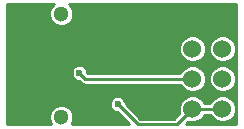
<source format=gbl>
G04 #@! TF.FileFunction,Copper,L2,Bot,Signal*
%FSLAX46Y46*%
G04 Gerber Fmt 4.6, Leading zero omitted, Abs format (unit mm)*
G04 Created by KiCad (PCBNEW (after 2015-mar-04 BZR unknown)-product) date 04/08/2015 09:15:02*
%MOMM*%
G01*
G04 APERTURE LIST*
%ADD10C,0.100000*%
%ADD11R,1.524000X1.524000*%
%ADD12C,1.524000*%
%ADD13C,1.300000*%
%ADD14C,0.600000*%
%ADD15C,0.250000*%
G04 APERTURE END LIST*
D10*
D11*
X162330000Y-100190000D03*
D12*
X164870000Y-100190000D03*
X162330000Y-102730000D03*
X164870000Y-102730000D03*
X162330000Y-105270000D03*
X164870000Y-105270000D03*
X162330000Y-107810000D03*
X164870000Y-107810000D03*
D13*
X151250000Y-108500000D03*
X151250000Y-99750000D03*
D14*
X156019639Y-107400000D03*
X160250000Y-107000000D03*
X160500000Y-108500000D03*
X152500000Y-103250000D03*
X156000000Y-100750000D03*
X160250000Y-102250000D03*
X152750000Y-104750000D03*
D15*
X162330000Y-107810000D02*
X161014999Y-109125001D01*
X161014999Y-109125001D02*
X157744640Y-109125001D01*
X157744640Y-109125001D02*
X156019639Y-107400000D01*
X164870000Y-107810000D02*
X163792370Y-107810000D01*
X163792370Y-107810000D02*
X162330000Y-107810000D01*
X164870000Y-100190000D02*
X163792370Y-100190000D01*
X163792370Y-100190000D02*
X162330000Y-100190000D01*
X153000000Y-106000000D02*
X152124999Y-105124999D01*
X152124999Y-105124999D02*
X152124999Y-103625001D01*
X152124999Y-103625001D02*
X152200001Y-103549999D01*
X152200001Y-103549999D02*
X152500000Y-103250000D01*
X159250000Y-106000000D02*
X153000000Y-106000000D01*
X160250000Y-107000000D02*
X159250000Y-106000000D01*
X160500000Y-108075736D02*
X160500000Y-107250000D01*
X160500000Y-107250000D02*
X160250000Y-107000000D01*
X160500000Y-108500000D02*
X160500000Y-108075736D01*
X152500000Y-103250000D02*
X153500000Y-103250000D01*
X153500000Y-103250000D02*
X156000000Y-100750000D01*
X156000000Y-100750000D02*
X156560000Y-100190000D01*
X156560000Y-100190000D02*
X162330000Y-100190000D01*
X160250000Y-102250000D02*
X162310000Y-100190000D01*
X162310000Y-100190000D02*
X162330000Y-100190000D01*
X161232370Y-105250000D02*
X153250000Y-105250000D01*
X153250000Y-105250000D02*
X152750000Y-104750000D01*
X162330000Y-105270000D02*
X161252370Y-105270000D01*
X161252370Y-105270000D02*
X161232370Y-105250000D01*
G36*
X166075000Y-109075000D02*
X161772106Y-109075000D01*
X161959730Y-108887375D01*
X162102845Y-108946802D01*
X162555171Y-108947197D01*
X162973217Y-108774464D01*
X163293340Y-108454900D01*
X163353507Y-108310000D01*
X163792370Y-108310000D01*
X163846359Y-108310000D01*
X163905536Y-108453217D01*
X164225100Y-108773340D01*
X164642845Y-108946802D01*
X165095171Y-108947197D01*
X165513217Y-108774464D01*
X165833340Y-108454900D01*
X166006802Y-108037155D01*
X166007197Y-107584829D01*
X166007197Y-105044829D01*
X166007197Y-102504829D01*
X165834464Y-102086783D01*
X165514900Y-101766660D01*
X165097155Y-101593198D01*
X164644829Y-101592803D01*
X164226783Y-101765536D01*
X163906660Y-102085100D01*
X163733198Y-102502845D01*
X163732803Y-102955171D01*
X163905536Y-103373217D01*
X164225100Y-103693340D01*
X164642845Y-103866802D01*
X165095171Y-103867197D01*
X165513217Y-103694464D01*
X165833340Y-103374900D01*
X166006802Y-102957155D01*
X166007197Y-102504829D01*
X166007197Y-105044829D01*
X165834464Y-104626783D01*
X165514900Y-104306660D01*
X165097155Y-104133198D01*
X164644829Y-104132803D01*
X164226783Y-104305536D01*
X163906660Y-104625100D01*
X163733198Y-105042845D01*
X163732803Y-105495171D01*
X163905536Y-105913217D01*
X164225100Y-106233340D01*
X164642845Y-106406802D01*
X165095171Y-106407197D01*
X165513217Y-106234464D01*
X165833340Y-105914900D01*
X166006802Y-105497155D01*
X166007197Y-105044829D01*
X166007197Y-107584829D01*
X165834464Y-107166783D01*
X165514900Y-106846660D01*
X165097155Y-106673198D01*
X164644829Y-106672803D01*
X164226783Y-106845536D01*
X163906660Y-107165100D01*
X163846492Y-107310000D01*
X163792370Y-107310000D01*
X163467197Y-107310000D01*
X163467197Y-105044829D01*
X163467197Y-102504829D01*
X163294464Y-102086783D01*
X162974900Y-101766660D01*
X162557155Y-101593198D01*
X162104829Y-101592803D01*
X161686783Y-101765536D01*
X161366660Y-102085100D01*
X161193198Y-102502845D01*
X161192803Y-102955171D01*
X161365536Y-103373217D01*
X161685100Y-103693340D01*
X162102845Y-103866802D01*
X162555171Y-103867197D01*
X162973217Y-103694464D01*
X163293340Y-103374900D01*
X163466802Y-102957155D01*
X163467197Y-102504829D01*
X163467197Y-105044829D01*
X163294464Y-104626783D01*
X162974900Y-104306660D01*
X162557155Y-104133198D01*
X162104829Y-104132803D01*
X161686783Y-104305536D01*
X161366660Y-104625100D01*
X161308508Y-104765144D01*
X161232370Y-104750000D01*
X153457106Y-104750000D01*
X153425028Y-104717921D01*
X153425117Y-104616323D01*
X153322571Y-104368143D01*
X153132856Y-104178097D01*
X152884855Y-104075117D01*
X152616323Y-104074883D01*
X152368143Y-104177429D01*
X152178097Y-104367144D01*
X152075117Y-104615145D01*
X152074883Y-104883677D01*
X152177429Y-105131857D01*
X152367144Y-105321903D01*
X152615145Y-105424883D01*
X152717865Y-105424972D01*
X152896447Y-105603554D01*
X153058658Y-105711940D01*
X153250000Y-105750000D01*
X161151822Y-105750000D01*
X161151824Y-105750000D01*
X161252370Y-105770000D01*
X161306359Y-105770000D01*
X161365536Y-105913217D01*
X161685100Y-106233340D01*
X162102845Y-106406802D01*
X162555171Y-106407197D01*
X162973217Y-106234464D01*
X163293340Y-105914900D01*
X163466802Y-105497155D01*
X163467197Y-105044829D01*
X163467197Y-107310000D01*
X163353640Y-107310000D01*
X163294464Y-107166783D01*
X162974900Y-106846660D01*
X162557155Y-106673198D01*
X162104829Y-106672803D01*
X161686783Y-106845536D01*
X161366660Y-107165100D01*
X161193198Y-107582845D01*
X161192803Y-108035171D01*
X161252717Y-108180175D01*
X160807892Y-108625001D01*
X157951746Y-108625001D01*
X156694667Y-107367922D01*
X156694756Y-107266323D01*
X156592210Y-107018143D01*
X156402495Y-106828097D01*
X156154494Y-106725117D01*
X155885962Y-106724883D01*
X155637782Y-106827429D01*
X155447736Y-107017144D01*
X155344756Y-107265145D01*
X155344522Y-107533677D01*
X155447068Y-107781857D01*
X155636783Y-107971903D01*
X155884784Y-108074883D01*
X155987505Y-108074972D01*
X156987532Y-109075000D01*
X152121092Y-109075000D01*
X152274822Y-108704780D01*
X152275178Y-108297009D01*
X152119459Y-107920143D01*
X151831374Y-107631554D01*
X151454780Y-107475178D01*
X151047009Y-107474822D01*
X150670143Y-107630541D01*
X150381554Y-107918626D01*
X150225178Y-108295220D01*
X150224822Y-108702991D01*
X150378534Y-109075000D01*
X146675000Y-109075000D01*
X146675000Y-98925000D01*
X150625606Y-98925000D01*
X150381554Y-99168626D01*
X150225178Y-99545220D01*
X150224822Y-99952991D01*
X150380541Y-100329857D01*
X150668626Y-100618446D01*
X151045220Y-100774822D01*
X151452991Y-100775178D01*
X151829857Y-100619459D01*
X152118446Y-100331374D01*
X152274822Y-99954780D01*
X152275178Y-99547009D01*
X152119459Y-99170143D01*
X151874744Y-98925000D01*
X166075000Y-98925000D01*
X166075000Y-109075000D01*
X166075000Y-109075000D01*
G37*
X166075000Y-109075000D02*
X161772106Y-109075000D01*
X161959730Y-108887375D01*
X162102845Y-108946802D01*
X162555171Y-108947197D01*
X162973217Y-108774464D01*
X163293340Y-108454900D01*
X163353507Y-108310000D01*
X163792370Y-108310000D01*
X163846359Y-108310000D01*
X163905536Y-108453217D01*
X164225100Y-108773340D01*
X164642845Y-108946802D01*
X165095171Y-108947197D01*
X165513217Y-108774464D01*
X165833340Y-108454900D01*
X166006802Y-108037155D01*
X166007197Y-107584829D01*
X166007197Y-105044829D01*
X166007197Y-102504829D01*
X165834464Y-102086783D01*
X165514900Y-101766660D01*
X165097155Y-101593198D01*
X164644829Y-101592803D01*
X164226783Y-101765536D01*
X163906660Y-102085100D01*
X163733198Y-102502845D01*
X163732803Y-102955171D01*
X163905536Y-103373217D01*
X164225100Y-103693340D01*
X164642845Y-103866802D01*
X165095171Y-103867197D01*
X165513217Y-103694464D01*
X165833340Y-103374900D01*
X166006802Y-102957155D01*
X166007197Y-102504829D01*
X166007197Y-105044829D01*
X165834464Y-104626783D01*
X165514900Y-104306660D01*
X165097155Y-104133198D01*
X164644829Y-104132803D01*
X164226783Y-104305536D01*
X163906660Y-104625100D01*
X163733198Y-105042845D01*
X163732803Y-105495171D01*
X163905536Y-105913217D01*
X164225100Y-106233340D01*
X164642845Y-106406802D01*
X165095171Y-106407197D01*
X165513217Y-106234464D01*
X165833340Y-105914900D01*
X166006802Y-105497155D01*
X166007197Y-105044829D01*
X166007197Y-107584829D01*
X165834464Y-107166783D01*
X165514900Y-106846660D01*
X165097155Y-106673198D01*
X164644829Y-106672803D01*
X164226783Y-106845536D01*
X163906660Y-107165100D01*
X163846492Y-107310000D01*
X163792370Y-107310000D01*
X163467197Y-107310000D01*
X163467197Y-105044829D01*
X163467197Y-102504829D01*
X163294464Y-102086783D01*
X162974900Y-101766660D01*
X162557155Y-101593198D01*
X162104829Y-101592803D01*
X161686783Y-101765536D01*
X161366660Y-102085100D01*
X161193198Y-102502845D01*
X161192803Y-102955171D01*
X161365536Y-103373217D01*
X161685100Y-103693340D01*
X162102845Y-103866802D01*
X162555171Y-103867197D01*
X162973217Y-103694464D01*
X163293340Y-103374900D01*
X163466802Y-102957155D01*
X163467197Y-102504829D01*
X163467197Y-105044829D01*
X163294464Y-104626783D01*
X162974900Y-104306660D01*
X162557155Y-104133198D01*
X162104829Y-104132803D01*
X161686783Y-104305536D01*
X161366660Y-104625100D01*
X161308508Y-104765144D01*
X161232370Y-104750000D01*
X153457106Y-104750000D01*
X153425028Y-104717921D01*
X153425117Y-104616323D01*
X153322571Y-104368143D01*
X153132856Y-104178097D01*
X152884855Y-104075117D01*
X152616323Y-104074883D01*
X152368143Y-104177429D01*
X152178097Y-104367144D01*
X152075117Y-104615145D01*
X152074883Y-104883677D01*
X152177429Y-105131857D01*
X152367144Y-105321903D01*
X152615145Y-105424883D01*
X152717865Y-105424972D01*
X152896447Y-105603554D01*
X153058658Y-105711940D01*
X153250000Y-105750000D01*
X161151822Y-105750000D01*
X161151824Y-105750000D01*
X161252370Y-105770000D01*
X161306359Y-105770000D01*
X161365536Y-105913217D01*
X161685100Y-106233340D01*
X162102845Y-106406802D01*
X162555171Y-106407197D01*
X162973217Y-106234464D01*
X163293340Y-105914900D01*
X163466802Y-105497155D01*
X163467197Y-105044829D01*
X163467197Y-107310000D01*
X163353640Y-107310000D01*
X163294464Y-107166783D01*
X162974900Y-106846660D01*
X162557155Y-106673198D01*
X162104829Y-106672803D01*
X161686783Y-106845536D01*
X161366660Y-107165100D01*
X161193198Y-107582845D01*
X161192803Y-108035171D01*
X161252717Y-108180175D01*
X160807892Y-108625001D01*
X157951746Y-108625001D01*
X156694667Y-107367922D01*
X156694756Y-107266323D01*
X156592210Y-107018143D01*
X156402495Y-106828097D01*
X156154494Y-106725117D01*
X155885962Y-106724883D01*
X155637782Y-106827429D01*
X155447736Y-107017144D01*
X155344756Y-107265145D01*
X155344522Y-107533677D01*
X155447068Y-107781857D01*
X155636783Y-107971903D01*
X155884784Y-108074883D01*
X155987505Y-108074972D01*
X156987532Y-109075000D01*
X152121092Y-109075000D01*
X152274822Y-108704780D01*
X152275178Y-108297009D01*
X152119459Y-107920143D01*
X151831374Y-107631554D01*
X151454780Y-107475178D01*
X151047009Y-107474822D01*
X150670143Y-107630541D01*
X150381554Y-107918626D01*
X150225178Y-108295220D01*
X150224822Y-108702991D01*
X150378534Y-109075000D01*
X146675000Y-109075000D01*
X146675000Y-98925000D01*
X150625606Y-98925000D01*
X150381554Y-99168626D01*
X150225178Y-99545220D01*
X150224822Y-99952991D01*
X150380541Y-100329857D01*
X150668626Y-100618446D01*
X151045220Y-100774822D01*
X151452991Y-100775178D01*
X151829857Y-100619459D01*
X152118446Y-100331374D01*
X152274822Y-99954780D01*
X152275178Y-99547009D01*
X152119459Y-99170143D01*
X151874744Y-98925000D01*
X166075000Y-98925000D01*
X166075000Y-109075000D01*
M02*

</source>
